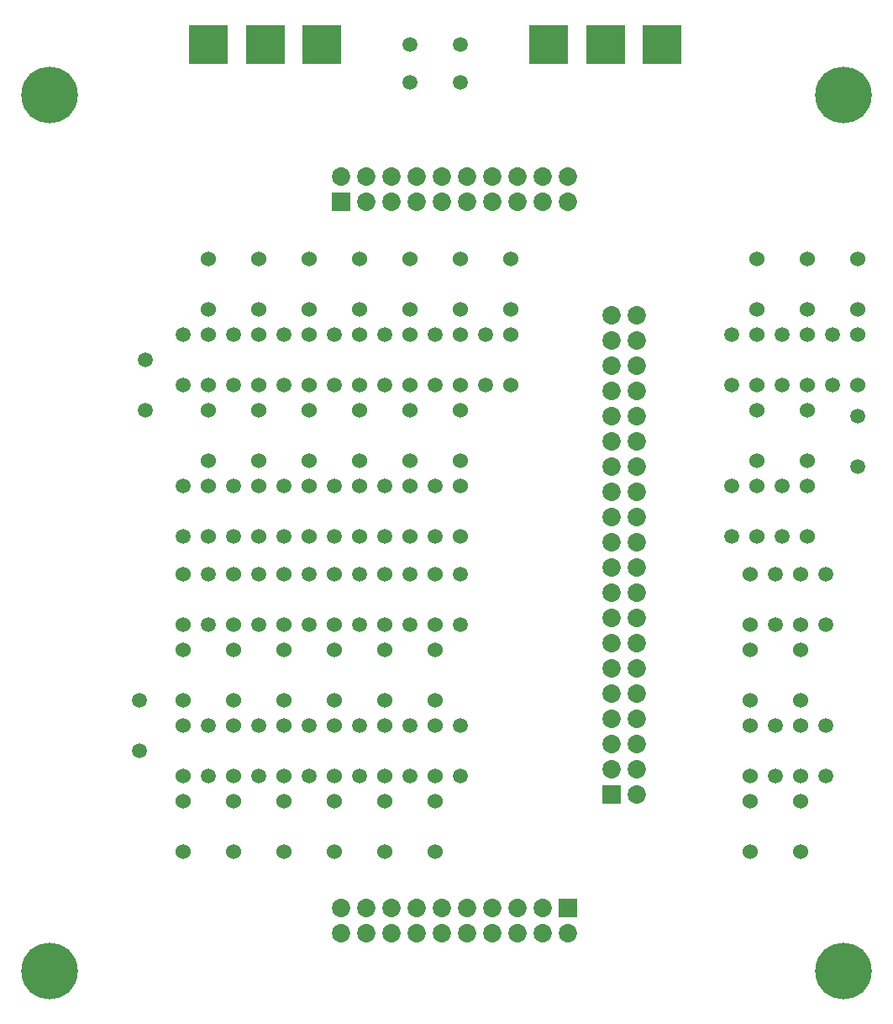
<source format=gts>
G04 Output by ViewMate Deluxe V11.0.9  PentaLogix LLC*
G04 Sun Jun 14 09:42:27 2015*
%FSLAX33Y33*%
%MOMM*%
%IPPOS*%
%ADD117R,1.8542X1.8542*%
%ADD118C,1.8542*%
%ADD119C,5.7023*%
%ADD120C,1.524*%
%ADD121C,1.5113*%
%ADD122R,4.0132X4.0132*%

%LPD*%
X0Y0D2*D117*G1X38354Y86614D3*X65659Y26924D3*X61214Y15494D3*D118*X38354Y12954D3*X38354Y15494D3*X40894Y15494D3*X40894Y12954D3*X43434Y12954D3*X43434Y15494D3*X45974Y15494D3*X45974Y12954D3*X48514Y12954D3*X48514Y15494D3*X51054Y15494D3*X51054Y12954D3*X53594Y12954D3*X53594Y15494D3*X56134Y15494D3*X56134Y12954D3*X61214Y12954D3*X58674Y12954D3*X58674Y15494D3*X65659Y29464D3*X68199Y26924D3*X68199Y29464D3*X68199Y37084D3*X68199Y34544D3*X68199Y32004D3*X65659Y32004D3*X65659Y34544D3*X65659Y37084D3*X65659Y44704D3*X65659Y42164D3*X65659Y39624D3*X68199Y39624D3*X68199Y42164D3*X68199Y44704D3*X68199Y49784D3*X68199Y47244D3*X65659Y47244D3*X65659Y49784D3*X65659Y57404D3*X65659Y54864D3*X65659Y52324D3*X68199Y52324D3*X68199Y54864D3*X68199Y57404D3*X68199Y62484D3*X68199Y59944D3*X65659Y59944D3*X65659Y62484D3*X65659Y70104D3*X65659Y67564D3*X65659Y65024D3*X68199Y65024D3*X68199Y67564D3*X68199Y70104D3*X68199Y75184D3*X68199Y72644D3*X65659Y72644D3*X65659Y75184D3*X61214Y86614D3*X61214Y89154D3*X58674Y89154D3*X58674Y86614D3*X56134Y86614D3*X56134Y89154D3*X53594Y89154D3*X53594Y86614D3*X51054Y86614D3*X51054Y89154D3*X48514Y89154D3*X48514Y86614D3*X45974Y86614D3*X45974Y89154D3*X43434Y89154D3*X43434Y86614D3*X40894Y86614D3*X40894Y89154D3*X38354Y89154D3*D119*X8984Y97409D3*X88984Y97409D3*X88984Y9144D3*X8984Y9144D3*D120*X90424Y80899D3*X90424Y75819D3*X90424Y73279D3*X90424Y68199D3*X79629Y49149D3*X80264Y52959D3*X80264Y58039D3*X80264Y60579D3*X80264Y65659D3*X80264Y68199D3*X80264Y73279D3*X80264Y75819D3*X80264Y80899D3*X85344Y80899D3*X85344Y75819D3*X85344Y73279D3*X85344Y68199D3*X85344Y65659D3*X85344Y60579D3*X85344Y58039D3*X85344Y52959D3*X84709Y49149D3*X84709Y44069D3*X84709Y41529D3*X84709Y36449D3*X84709Y33909D3*X84709Y28829D3*X84709Y26289D3*X84709Y21209D3*X79629Y21209D3*X79629Y26289D3*X79629Y28829D3*X79629Y33909D3*X79629Y36449D3*X79629Y41529D3*X79629Y44069D3*X32639Y44069D3*X32639Y41529D3*X32639Y36449D3*X32639Y33909D3*X32639Y28829D3*X32639Y26289D3*X32639Y21209D3*X37719Y21209D3*X37719Y26289D3*X37719Y28829D3*X37719Y33909D3*X37719Y36449D3*X37719Y41529D3*X37719Y44069D3*X42799Y44069D3*X42799Y41529D3*X42799Y36449D3*X42799Y33909D3*X42799Y28829D3*X42799Y26289D3*X42799Y21209D3*X47879Y21209D3*X47879Y26289D3*X47879Y28829D3*X47879Y33909D3*X47879Y36449D3*X47879Y41529D3*X47879Y44069D3*X55499Y68199D3*X55499Y73279D3*X55499Y75819D3*X55499Y80899D3*X30099Y80899D3*X30099Y75819D3*X30099Y73279D3*X30099Y68199D3*X30099Y65659D3*X30099Y60579D3*X30099Y58039D3*X35179Y58039D3*X35179Y60579D3*X35179Y65659D3*X35179Y68199D3*X35179Y73279D3*X35179Y75819D3*X35179Y80899D3*X40259Y80899D3*X40259Y75819D3*X40259Y73279D3*X40259Y68199D3*X40259Y65659D3*X40259Y60579D3*X40259Y58039D3*X45339Y58039D3*X45339Y60579D3*X45339Y65659D3*X45339Y68199D3*X45339Y73279D3*X45339Y75819D3*X45339Y80899D3*X50419Y80899D3*X50419Y75819D3*X50419Y73279D3*X50419Y68199D3*X50419Y65659D3*X50419Y60579D3*X50419Y58039D3*X50419Y52959D3*X47879Y49149D3*X45339Y52959D3*X42799Y49149D3*X40259Y52959D3*X37719Y49149D3*X35179Y52959D3*X32639Y49149D3*X30099Y52959D3*X27559Y49149D3*X27559Y44069D3*X27559Y41529D3*X27559Y36449D3*X27559Y33909D3*X27559Y28829D3*X27559Y26289D3*X27559Y21209D3*X22479Y21209D3*X22479Y26289D3*X22479Y28829D3*X22479Y33909D3*X22479Y36449D3*X22479Y41529D3*X22479Y44069D3*X22479Y49149D3*X25019Y52959D3*X25019Y58039D3*X25019Y60579D3*X25019Y65659D3*X25019Y68199D3*X25019Y73279D3*X25019Y75819D3*X25019Y80899D3*D121*X87249Y33909D3*X87249Y28829D3*X82169Y28829D3*X82169Y33909D3*X50419Y98679D3*X50419Y102489D3*X45339Y102489D3*X45339Y98679D3*X27559Y58039D3*X32639Y58039D3*X37719Y58039D3*X42799Y58039D3*X47879Y58039D3*X50419Y28829D3*X50419Y33909D3*X45339Y33909D3*X45339Y28829D3*X40259Y28829D3*X40259Y33909D3*X35179Y33909D3*X35179Y28829D3*X30099Y28829D3*X30099Y33909D3*X25019Y33909D3*X25019Y28829D3*X18034Y31369D3*X18034Y36449D3*X25019Y44069D3*X30099Y44069D3*X35179Y44069D3*X40259Y44069D3*X45339Y44069D3*X50419Y44069D3*X50419Y49149D3*X47879Y52959D3*X45339Y49149D3*X42799Y52959D3*X40259Y49149D3*X37719Y52959D3*X35179Y49149D3*X32639Y52959D3*X30099Y49149D3*X27559Y52959D3*X25019Y49149D3*X22479Y52959D3*X22479Y58039D3*X22479Y73279D3*X18669Y70739D3*X18669Y65659D3*X22479Y68199D3*X27559Y68199D3*X27559Y73279D3*X32639Y73279D3*X32639Y68199D3*X37719Y68199D3*X37719Y73279D3*X42799Y73279D3*X42799Y68199D3*X47879Y68199D3*X47879Y73279D3*X52959Y73279D3*X52959Y68199D3*X82804Y68199D3*X82804Y73279D3*X77724Y73279D3*X77724Y68199D3*X77724Y58039D3*X77724Y52959D3*X87249Y49149D3*X87249Y44069D3*X82169Y44069D3*X82169Y49149D3*X82804Y52959D3*X82804Y58039D3*X90424Y59944D3*X90424Y65024D3*X87884Y68199D3*X87884Y73279D3*D122*X25019Y102489D3*X30734Y102489D3*X36449Y102489D3*X59309Y102489D3*X65024Y102489D3*X70739Y102489D3*X0Y0D2*M02*
</source>
